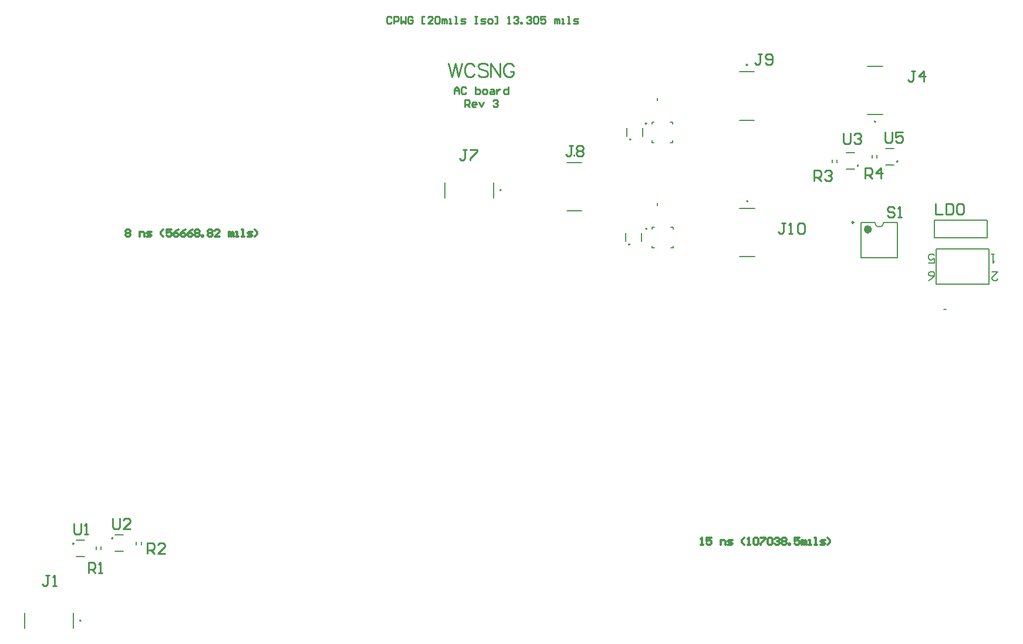
<source format=gto>
G04*
G04 #@! TF.GenerationSoftware,Altium Limited,Altium Designer,20.2.6 (244)*
G04*
G04 Layer_Color=65535*
%FSLAX25Y25*%
%MOIN*%
G70*
G04*
G04 #@! TF.SameCoordinates,CB8E9BAA-E3AC-43CE-A0A6-8ADA10DC06ED*
G04*
G04*
G04 #@! TF.FilePolarity,Positive*
G04*
G01*
G75*
%ADD10C,0.00787*%
%ADD11C,0.01181*%
%ADD12C,0.00984*%
%ADD13C,0.02362*%
%ADD14C,0.00500*%
%ADD15C,0.01000*%
%ADD16C,0.01200*%
%ADD17C,0.00800*%
D10*
X526724Y341114D02*
G03*
X526724Y341114I-394J0D01*
G01*
X75310Y57800D02*
G03*
X75310Y57800I-394J0D01*
G01*
X396796Y280289D02*
G03*
X396796Y280289I-394J0D01*
G01*
X314010Y302200D02*
G03*
X314010Y302200I-394J0D01*
G01*
X453894Y373319D02*
G03*
X453894Y373319I-394J0D01*
G01*
X454194Y295917D02*
G03*
X454194Y295917I-394J0D01*
G01*
X526200Y283839D02*
G03*
X531200Y283839I2500J0D01*
G01*
X355894Y321917D02*
G03*
X355894Y321917I-394J0D01*
G01*
X396563Y340013D02*
G03*
X396563Y340013I-394J0D01*
G01*
X524744Y320513D02*
Y322087D01*
X527500Y320513D02*
Y322087D01*
X402834Y293586D02*
Y294767D01*
X504678Y317813D02*
Y319387D01*
X501922Y317813D02*
Y319387D01*
X106822Y100913D02*
Y102487D01*
X109578Y100913D02*
Y102487D01*
X565409Y234469D02*
X566590D01*
X560100Y275200D02*
X590100D01*
Y285200D01*
X560100D02*
X590100D01*
X560100Y275200D02*
Y285200D01*
X83873Y98213D02*
Y99787D01*
X86629Y98213D02*
Y99787D01*
X518267Y263761D02*
Y283839D01*
X539133Y263761D02*
Y283839D01*
X518267D02*
X526200D01*
X531200D02*
X539133D01*
X518267Y263761D02*
X539133D01*
X561100Y248900D02*
Y268900D01*
X591100Y248900D02*
Y268900D01*
X561100Y248900D02*
X591100D01*
X561100Y268900D02*
X591100D01*
X561100D02*
X580267D01*
X402601Y353309D02*
Y354490D01*
D11*
X516553Y316162D02*
G03*
X516553Y316162I-118J0D01*
G01*
X386679Y271416D02*
G03*
X386679Y271416I-118J0D01*
G01*
X538953Y318562D02*
G03*
X538953Y318562I-118J0D01*
G01*
X387312Y331065D02*
G03*
X387312Y331065I-118J0D01*
G01*
X93112Y104538D02*
G03*
X93112Y104538I-118J0D01*
G01*
X71034Y101538D02*
G03*
X71034Y101538I-118J0D01*
G01*
D12*
X514192Y283918D02*
G03*
X514192Y283918I-492J0D01*
G01*
D13*
X523385Y279902D02*
G03*
X523385Y279902I-1181J0D01*
G01*
D14*
X522000Y345051D02*
X530661D01*
X522000Y372610D02*
X530661D01*
X510038Y314174D02*
X514762D01*
X510038Y323426D02*
X514762D01*
X43420Y53469D02*
Y62131D01*
X70979Y53469D02*
Y62131D01*
X393824Y273089D02*
Y277813D01*
X384572Y273089D02*
Y277813D01*
X411560Y269462D02*
Y270643D01*
X410379Y269462D02*
X411560D01*
X410379Y281273D02*
X411560D01*
Y280092D02*
Y281273D01*
X399749Y269462D02*
X400930D01*
X399749D02*
Y270643D01*
Y280092D02*
Y281273D01*
X400930D01*
X532438Y325826D02*
X537162D01*
X532438Y316574D02*
X537162D01*
X309680Y297869D02*
Y306531D01*
X282120Y297869D02*
Y306531D01*
X449169Y369382D02*
X457831D01*
X449169Y341823D02*
X457831D01*
X394458Y332738D02*
Y337462D01*
X385206Y332738D02*
Y337462D01*
X449469Y264421D02*
X458131D01*
X449469Y291980D02*
X458131D01*
X351169Y317980D02*
X359831D01*
X351169Y290421D02*
X359831D01*
X399516Y340997D02*
X400697D01*
X399516Y339816D02*
Y340997D01*
Y329186D02*
Y330367D01*
Y329186D02*
X400697D01*
X411327Y339816D02*
Y340997D01*
X410146D02*
X411327D01*
X410146Y329186D02*
X411327D01*
Y330367D01*
X94667Y106526D02*
X99391D01*
X94667Y97274D02*
X99391D01*
X72589Y103526D02*
X77313D01*
X72589Y94274D02*
X77313D01*
D15*
X251750Y400333D02*
X251083Y400999D01*
X249751D01*
X249084Y400333D01*
Y397667D01*
X249751Y397001D01*
X251083D01*
X251750Y397667D01*
X253083Y397001D02*
Y400999D01*
X255082D01*
X255749Y400333D01*
Y399000D01*
X255082Y398334D01*
X253083D01*
X257082Y400999D02*
Y397001D01*
X258415Y398334D01*
X259747Y397001D01*
Y400999D01*
X263746Y400333D02*
X263080Y400999D01*
X261747D01*
X261080Y400333D01*
Y397667D01*
X261747Y397001D01*
X263080D01*
X263746Y397667D01*
Y399000D01*
X262413D01*
X270411Y397001D02*
X269078D01*
Y400999D01*
X270411D01*
X275076Y397001D02*
X272410D01*
X275076Y399666D01*
Y400333D01*
X274409Y400999D01*
X273077D01*
X272410Y400333D01*
X276409D02*
X277075Y400999D01*
X278408D01*
X279075Y400333D01*
Y397667D01*
X278408Y397001D01*
X277075D01*
X276409Y397667D01*
Y400333D01*
X280407Y397001D02*
Y399666D01*
X281074D01*
X281740Y399000D01*
Y397001D01*
Y399000D01*
X282407Y399666D01*
X283073Y399000D01*
Y397001D01*
X284406D02*
X285739D01*
X285073D01*
Y399666D01*
X284406D01*
X287738Y397001D02*
X289071D01*
X288405D01*
Y400999D01*
X287738D01*
X291071Y397001D02*
X293070D01*
X293737Y397667D01*
X293070Y398334D01*
X291737D01*
X291071Y399000D01*
X291737Y399666D01*
X293737D01*
X299068Y400999D02*
X300401D01*
X299734D01*
Y397001D01*
X299068D01*
X300401D01*
X302400D02*
X304400D01*
X305066Y397667D01*
X304400Y398334D01*
X303067D01*
X302400Y399000D01*
X303067Y399666D01*
X305066D01*
X307066Y397001D02*
X308398D01*
X309065Y397667D01*
Y399000D01*
X308398Y399666D01*
X307066D01*
X306399Y399000D01*
Y397667D01*
X307066Y397001D01*
X310398D02*
X311731D01*
Y400999D01*
X310398D01*
X317729Y397001D02*
X319062D01*
X318395D01*
Y400999D01*
X317729Y400333D01*
X321061D02*
X321727Y400999D01*
X323060D01*
X323727Y400333D01*
Y399666D01*
X323060Y399000D01*
X322394D01*
X323060D01*
X323727Y398334D01*
Y397667D01*
X323060Y397001D01*
X321727D01*
X321061Y397667D01*
X325060Y397001D02*
Y397667D01*
X325726D01*
Y397001D01*
X325060D01*
X328392Y400333D02*
X329058Y400999D01*
X330391D01*
X331058Y400333D01*
Y399666D01*
X330391Y399000D01*
X329725D01*
X330391D01*
X331058Y398334D01*
Y397667D01*
X330391Y397001D01*
X329058D01*
X328392Y397667D01*
X332391Y400333D02*
X333057Y400999D01*
X334390D01*
X335056Y400333D01*
Y397667D01*
X334390Y397001D01*
X333057D01*
X332391Y397667D01*
Y400333D01*
X339055Y400999D02*
X336389D01*
Y399000D01*
X337722Y399666D01*
X338389D01*
X339055Y399000D01*
Y397667D01*
X338389Y397001D01*
X337056D01*
X336389Y397667D01*
X344387Y397001D02*
Y399666D01*
X345053D01*
X345720Y399000D01*
Y397001D01*
Y399000D01*
X346386Y399666D01*
X347053Y399000D01*
Y397001D01*
X348386D02*
X349718D01*
X349052D01*
Y399666D01*
X348386D01*
X351718Y397001D02*
X353051D01*
X352384D01*
Y400999D01*
X351718D01*
X355050Y397001D02*
X357049D01*
X357716Y397667D01*
X357049Y398334D01*
X355716D01*
X355050Y399000D01*
X355716Y399666D01*
X357716D01*
X287472Y356700D02*
Y359366D01*
X288805Y360699D01*
X290137Y359366D01*
Y356700D01*
Y358699D01*
X287472D01*
X294136Y360032D02*
X293470Y360699D01*
X292137D01*
X291470Y360032D01*
Y357366D01*
X292137Y356700D01*
X293470D01*
X294136Y357366D01*
X299468Y360699D02*
Y356700D01*
X301467D01*
X302134Y357366D01*
Y358033D01*
Y358699D01*
X301467Y359366D01*
X299468D01*
X304133Y356700D02*
X305466D01*
X306132Y357366D01*
Y358699D01*
X305466Y359366D01*
X304133D01*
X303467Y358699D01*
Y357366D01*
X304133Y356700D01*
X308132Y359366D02*
X309465D01*
X310131Y358699D01*
Y356700D01*
X308132D01*
X307465Y357366D01*
X308132Y358033D01*
X310131D01*
X311464Y359366D02*
Y356700D01*
Y358033D01*
X312130Y358699D01*
X312797Y359366D01*
X313463D01*
X318128Y360699D02*
Y356700D01*
X316129D01*
X315463Y357366D01*
Y358699D01*
X316129Y359366D01*
X318128D01*
X293470Y349501D02*
Y353500D01*
X295469D01*
X296135Y352834D01*
Y351501D01*
X295469Y350834D01*
X293470D01*
X294803D02*
X296135Y349501D01*
X299468D02*
X298135D01*
X297468Y350168D01*
Y351501D01*
X298135Y352167D01*
X299468D01*
X300134Y351501D01*
Y350834D01*
X297468D01*
X301467Y352167D02*
X302800Y349501D01*
X304133Y352167D01*
X309465Y352834D02*
X310131Y353500D01*
X311464D01*
X312130Y352834D01*
Y352167D01*
X311464Y351501D01*
X310797D01*
X311464D01*
X312130Y350834D01*
Y350168D01*
X311464Y349501D01*
X310131D01*
X309465Y350168D01*
X284100Y374272D02*
X285974Y366400D01*
X287849Y374272D02*
X285974Y366400D01*
X287849Y374272D02*
X289723Y366400D01*
X291598Y374272D02*
X289723Y366400D01*
X298795Y372398D02*
X298420Y373148D01*
X297670Y373898D01*
X296921Y374272D01*
X295421D01*
X294671Y373898D01*
X293922Y373148D01*
X293547Y372398D01*
X293172Y371273D01*
Y369399D01*
X293547Y368274D01*
X293922Y367525D01*
X294671Y366775D01*
X295421Y366400D01*
X296921D01*
X297670Y366775D01*
X298420Y367525D01*
X298795Y368274D01*
X306255Y373148D02*
X305505Y373898D01*
X304381Y374272D01*
X302881D01*
X301757Y373898D01*
X301007Y373148D01*
Y372398D01*
X301382Y371648D01*
X301757Y371273D01*
X302506Y370899D01*
X304755Y370149D01*
X305505Y369774D01*
X305880Y369399D01*
X306255Y368649D01*
Y367525D01*
X305505Y366775D01*
X304381Y366400D01*
X302881D01*
X301757Y366775D01*
X301007Y367525D01*
X308017Y374272D02*
Y366400D01*
Y374272D02*
X313265Y366400D01*
Y374272D02*
Y366400D01*
X321062Y372398D02*
X320688Y373148D01*
X319938Y373898D01*
X319188Y374272D01*
X317689D01*
X316939Y373898D01*
X316189Y373148D01*
X315814Y372398D01*
X315439Y371273D01*
Y369399D01*
X315814Y368274D01*
X316189Y367525D01*
X316939Y366775D01*
X317689Y366400D01*
X319188D01*
X319938Y366775D01*
X320688Y367525D01*
X321062Y368274D01*
Y369399D01*
X319188D02*
X321062D01*
X462000Y379499D02*
X460001D01*
X461001D01*
Y374501D01*
X460001Y373501D01*
X459001D01*
X458002Y374501D01*
X464000D02*
X464999Y373501D01*
X466999D01*
X467998Y374501D01*
Y378499D01*
X466999Y379499D01*
X464999D01*
X464000Y378499D01*
Y377500D01*
X464999Y376500D01*
X467998D01*
X475401Y283399D02*
X473402D01*
X474402D01*
Y278401D01*
X473402Y277401D01*
X472402D01*
X471402Y278401D01*
X477400Y277401D02*
X479400D01*
X478400D01*
Y283399D01*
X477400Y282399D01*
X482399D02*
X483398Y283399D01*
X485398D01*
X486398Y282399D01*
Y278401D01*
X485398Y277401D01*
X483398D01*
X482399Y278401D01*
Y282399D01*
X294200Y325099D02*
X292201D01*
X293201D01*
Y320101D01*
X292201Y319101D01*
X291201D01*
X290202Y320101D01*
X296200Y325099D02*
X300198D01*
Y324099D01*
X296200Y320101D01*
Y319101D01*
X560700Y294598D02*
Y288600D01*
X564699D01*
X566698Y294598D02*
Y288600D01*
X569697D01*
X570697Y289600D01*
Y293598D01*
X569697Y294598D01*
X566698D01*
X575695D02*
X573696D01*
X572696Y293598D01*
Y289600D01*
X573696Y288600D01*
X575695D01*
X576695Y289600D01*
Y293598D01*
X575695Y294598D01*
X112902Y96001D02*
Y101999D01*
X115901D01*
X116900Y100999D01*
Y99000D01*
X115901Y98000D01*
X112902D01*
X114901D02*
X116900Y96001D01*
X122898D02*
X118900D01*
X122898Y100000D01*
Y100999D01*
X121899Y101999D01*
X119899D01*
X118900Y100999D01*
X79501Y84801D02*
Y90799D01*
X82500D01*
X83500Y89799D01*
Y87800D01*
X82500Y86800D01*
X79501D01*
X81501D02*
X83500Y84801D01*
X85499D02*
X87499D01*
X86499D01*
Y90799D01*
X85499Y89799D01*
X520802Y308701D02*
Y314699D01*
X523801D01*
X524800Y313699D01*
Y311700D01*
X523801Y310700D01*
X520802D01*
X522801D02*
X524800Y308701D01*
X529799D02*
Y314699D01*
X526800Y311700D01*
X530798D01*
X491602Y307401D02*
Y313399D01*
X494601D01*
X495600Y312399D01*
Y310400D01*
X494601Y309400D01*
X491602D01*
X493601D02*
X495600Y307401D01*
X497600Y312399D02*
X498599Y313399D01*
X500599D01*
X501598Y312399D01*
Y311400D01*
X500599Y310400D01*
X499599D01*
X500599D01*
X501598Y309400D01*
Y308401D01*
X500599Y307401D01*
X498599D01*
X497600Y308401D01*
X537300Y291699D02*
X536300Y292699D01*
X534301D01*
X533301Y291699D01*
Y290700D01*
X534301Y289700D01*
X536300D01*
X537300Y288700D01*
Y287701D01*
X536300Y286701D01*
X534301D01*
X533301Y287701D01*
X539299Y286701D02*
X541299D01*
X540299D01*
Y292699D01*
X539299Y291699D01*
X57499Y83398D02*
X55499D01*
X56499D01*
Y78400D01*
X55499Y77400D01*
X54500D01*
X53500Y78400D01*
X59498Y77400D02*
X61497D01*
X60498D01*
Y83398D01*
X59498Y82398D01*
X354800Y327599D02*
X352801D01*
X353801D01*
Y322601D01*
X352801Y321601D01*
X351801D01*
X350802Y322601D01*
X356800Y326599D02*
X357799Y327599D01*
X359799D01*
X360798Y326599D01*
Y325600D01*
X359799Y324600D01*
X360798Y323600D01*
Y322601D01*
X359799Y321601D01*
X357799D01*
X356800Y322601D01*
Y323600D01*
X357799Y324600D01*
X356800Y325600D01*
Y326599D01*
X357799Y324600D02*
X359799D01*
X532100Y335298D02*
Y330300D01*
X533100Y329300D01*
X535099D01*
X536099Y330300D01*
Y335298D01*
X542097D02*
X538098D01*
Y332299D01*
X540097Y333299D01*
X541097D01*
X542097Y332299D01*
Y330300D01*
X541097Y329300D01*
X539098D01*
X538098Y330300D01*
X508200Y334398D02*
Y329400D01*
X509200Y328400D01*
X511199D01*
X512199Y329400D01*
Y334398D01*
X514198Y333398D02*
X515198Y334398D01*
X517197D01*
X518197Y333398D01*
Y332399D01*
X517197Y331399D01*
X516197D01*
X517197D01*
X518197Y330399D01*
Y329400D01*
X517197Y328400D01*
X515198D01*
X514198Y329400D01*
X93300Y115998D02*
Y111000D01*
X94300Y110000D01*
X96299D01*
X97299Y111000D01*
Y115998D01*
X103297Y110000D02*
X99298D01*
X103297Y113999D01*
Y114998D01*
X102297Y115998D01*
X100298D01*
X99298Y114998D01*
X71200Y112998D02*
Y108000D01*
X72200Y107000D01*
X74199D01*
X75199Y108000D01*
Y112998D01*
X77198Y107000D02*
X79197D01*
X78198D01*
Y112998D01*
X77198Y111998D01*
X548899Y369798D02*
X546899D01*
X547899D01*
Y364800D01*
X546899Y363800D01*
X545900D01*
X544900Y364800D01*
X553897Y363800D02*
Y369798D01*
X550898Y366799D01*
X554897D01*
D16*
X427245Y101001D02*
X428578D01*
X427912D01*
Y104999D01*
X427245Y104333D01*
X433243Y104999D02*
X430577D01*
Y103000D01*
X431910Y103666D01*
X432577D01*
X433243Y103000D01*
Y101667D01*
X432577Y101001D01*
X431244D01*
X430577Y101667D01*
X438575Y101001D02*
Y103666D01*
X440574D01*
X441241Y103000D01*
Y101001D01*
X442573D02*
X444573D01*
X445239Y101667D01*
X444573Y102334D01*
X443240D01*
X442573Y103000D01*
X443240Y103666D01*
X445239D01*
X451904Y101001D02*
X450571Y102334D01*
Y103666D01*
X451904Y104999D01*
X453903Y101001D02*
X455236D01*
X454570D01*
Y104999D01*
X453903Y104333D01*
X457235D02*
X457902Y104999D01*
X459235D01*
X459901Y104333D01*
Y101667D01*
X459235Y101001D01*
X457902D01*
X457235Y101667D01*
Y104333D01*
X461234Y104999D02*
X463900D01*
Y104333D01*
X461234Y101667D01*
Y101001D01*
X465233Y104333D02*
X465899Y104999D01*
X467232D01*
X467899Y104333D01*
Y101667D01*
X467232Y101001D01*
X465899D01*
X465233Y101667D01*
Y104333D01*
X469232D02*
X469898Y104999D01*
X471231D01*
X471897Y104333D01*
Y103666D01*
X471231Y103000D01*
X470565D01*
X471231D01*
X471897Y102334D01*
Y101667D01*
X471231Y101001D01*
X469898D01*
X469232Y101667D01*
X473230Y104333D02*
X473897Y104999D01*
X475230D01*
X475896Y104333D01*
Y103666D01*
X475230Y103000D01*
X475896Y102334D01*
Y101667D01*
X475230Y101001D01*
X473897D01*
X473230Y101667D01*
Y102334D01*
X473897Y103000D01*
X473230Y103666D01*
Y104333D01*
X473897Y103000D02*
X475230D01*
X477229Y101001D02*
Y101667D01*
X477895D01*
Y101001D01*
X477229D01*
X483227Y104999D02*
X480561D01*
Y103000D01*
X481894Y103666D01*
X482561D01*
X483227Y103000D01*
Y101667D01*
X482561Y101001D01*
X481228D01*
X480561Y101667D01*
X484560Y101001D02*
Y103666D01*
X485226D01*
X485893Y103000D01*
Y101001D01*
Y103000D01*
X486559Y103666D01*
X487226Y103000D01*
Y101001D01*
X488559D02*
X489892D01*
X489225D01*
Y103666D01*
X488559D01*
X491891Y101001D02*
X493224D01*
X492557D01*
Y104999D01*
X491891D01*
X495223Y101001D02*
X497223D01*
X497889Y101667D01*
X497223Y102334D01*
X495890D01*
X495223Y103000D01*
X495890Y103666D01*
X497889D01*
X499222Y101001D02*
X500555Y102334D01*
Y103666D01*
X499222Y104999D01*
X100679Y279133D02*
X101345Y279799D01*
X102678D01*
X103345Y279133D01*
Y278466D01*
X102678Y277800D01*
X103345Y277134D01*
Y276467D01*
X102678Y275801D01*
X101345D01*
X100679Y276467D01*
Y277134D01*
X101345Y277800D01*
X100679Y278466D01*
Y279133D01*
X101345Y277800D02*
X102678D01*
X108676Y275801D02*
Y278466D01*
X110676D01*
X111342Y277800D01*
Y275801D01*
X112675D02*
X114674D01*
X115341Y276467D01*
X114674Y277134D01*
X113341D01*
X112675Y277800D01*
X113341Y278466D01*
X115341D01*
X122005Y275801D02*
X120672Y277134D01*
Y278466D01*
X122005Y279799D01*
X126670D02*
X124004D01*
Y277800D01*
X125337Y278466D01*
X126004D01*
X126670Y277800D01*
Y276467D01*
X126004Y275801D01*
X124671D01*
X124004Y276467D01*
X130669Y279799D02*
X129336Y279133D01*
X128003Y277800D01*
Y276467D01*
X128670Y275801D01*
X130003D01*
X130669Y276467D01*
Y277134D01*
X130003Y277800D01*
X128003D01*
X134668Y279799D02*
X133335Y279133D01*
X132002Y277800D01*
Y276467D01*
X132668Y275801D01*
X134001D01*
X134668Y276467D01*
Y277134D01*
X134001Y277800D01*
X132002D01*
X138666Y279799D02*
X137334Y279133D01*
X136001Y277800D01*
Y276467D01*
X136667Y275801D01*
X138000D01*
X138666Y276467D01*
Y277134D01*
X138000Y277800D01*
X136001D01*
X139999Y279133D02*
X140666Y279799D01*
X141999D01*
X142665Y279133D01*
Y278466D01*
X141999Y277800D01*
X142665Y277134D01*
Y276467D01*
X141999Y275801D01*
X140666D01*
X139999Y276467D01*
Y277134D01*
X140666Y277800D01*
X139999Y278466D01*
Y279133D01*
X140666Y277800D02*
X141999D01*
X143998Y275801D02*
Y276467D01*
X144665D01*
Y275801D01*
X143998D01*
X147330Y279133D02*
X147997Y279799D01*
X149330D01*
X149996Y279133D01*
Y278466D01*
X149330Y277800D01*
X149996Y277134D01*
Y276467D01*
X149330Y275801D01*
X147997D01*
X147330Y276467D01*
Y277134D01*
X147997Y277800D01*
X147330Y278466D01*
Y279133D01*
X147997Y277800D02*
X149330D01*
X153995Y275801D02*
X151329D01*
X153995Y278466D01*
Y279133D01*
X153328Y279799D01*
X151996D01*
X151329Y279133D01*
X159327Y275801D02*
Y278466D01*
X159993D01*
X160659Y277800D01*
Y275801D01*
Y277800D01*
X161326Y278466D01*
X161992Y277800D01*
Y275801D01*
X163325D02*
X164658D01*
X163992D01*
Y278466D01*
X163325D01*
X166657Y275801D02*
X167990D01*
X167324D01*
Y279799D01*
X166657D01*
X169990Y275801D02*
X171989D01*
X172655Y276467D01*
X171989Y277134D01*
X170656D01*
X169990Y277800D01*
X170656Y278466D01*
X172655D01*
X173988Y275801D02*
X175321Y277134D01*
Y278466D01*
X173988Y279799D01*
D17*
X556768Y250902D02*
X558434Y251735D01*
X560100Y253401D01*
Y255067D01*
X559267Y255900D01*
X557601D01*
X556768Y255067D01*
Y254234D01*
X557601Y253401D01*
X560100D01*
X556768Y260902D02*
X560100D01*
Y263401D01*
X558434Y262568D01*
X557601D01*
X556768Y263401D01*
Y265067D01*
X557601Y265900D01*
X559267D01*
X560100Y265067D01*
X592768Y255900D02*
X596100D01*
X592768Y252568D01*
Y251735D01*
X593601Y250902D01*
X595267D01*
X596100Y251735D01*
X594100Y265900D02*
X592434D01*
X593267D01*
Y260902D01*
X594100Y261735D01*
M02*

</source>
